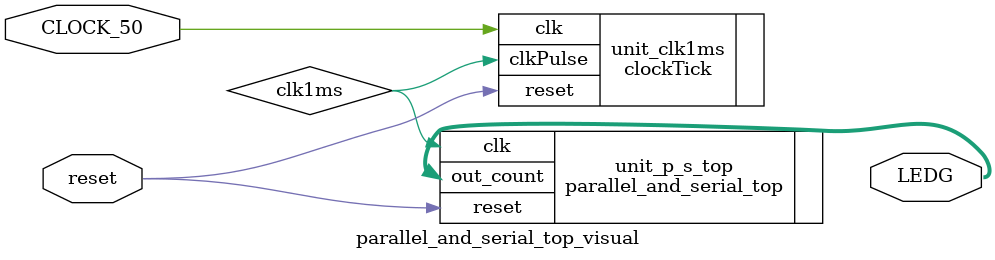
<source format=v>


module parallel_and_serial_top_visual(
  reset,
  CLOCK_50,
  LEDG
);

input wire  reset;
input wire  CLOCK_50;
output wire[3:0] LEDG;

wire  clk1ms;

// parallel_and_serial_top
parallel_and_serial_top  unit_p_s_top(
  .reset(reset),
  .clk(clk1ms),
  .out_count(LEDG));

// 1 ms clock
clockTick  unit_clk1ms(
  .clk(CLOCK_50),
  .reset(reset),
  .clkPulse(clk1ms));
  defparam  unit_clk1ms.M = 5000000;
  defparam  unit_clk1ms.N = 23;

endmodule

</source>
